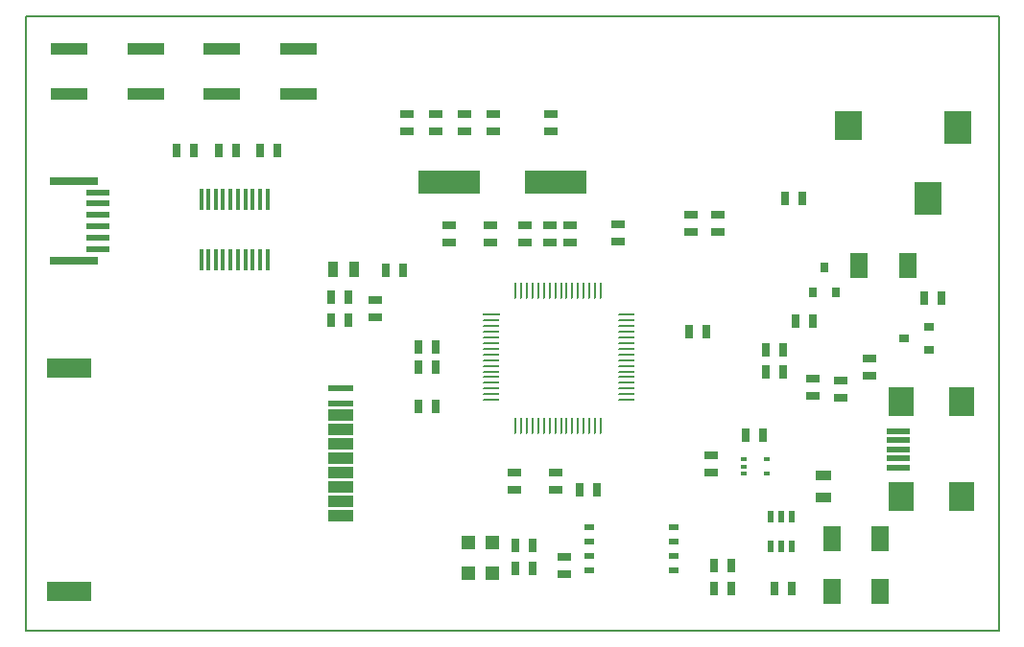
<source format=gtp>
G04 (created by PCBNEW-RS274X (2011-06-08)-testing) date Sa 02 Jul 2011 20:51:35 CEST*
G01*
G70*
G90*
%MOIN*%
G04 Gerber Fmt 3.4, Leading zero omitted, Abs format*
%FSLAX34Y34*%
G04 APERTURE LIST*
%ADD10C,0.006000*%
%ADD11C,0.008000*%
%ADD12R,0.078700X0.023600*%
%ADD13R,0.165400X0.027600*%
%ADD14R,0.094500X0.116100*%
%ADD15R,0.094500X0.104300*%
%ADD16R,0.216500X0.078700*%
%ADD17R,0.045000X0.025000*%
%ADD18R,0.025000X0.045000*%
%ADD19R,0.035000X0.055000*%
%ADD20R,0.055000X0.035000*%
%ADD21R,0.060000X0.009800*%
%ADD22O,0.060000X0.009800*%
%ADD23O,0.009800X0.060000*%
%ADD24R,0.031500X0.035400*%
%ADD25R,0.035400X0.031500*%
%ADD26R,0.126000X0.039400*%
%ADD27R,0.078700X0.019700*%
%ADD28R,0.086600X0.098400*%
%ADD29R,0.090600X0.039400*%
%ADD30R,0.090600X0.019700*%
%ADD31R,0.157500X0.066900*%
%ADD32R,0.016000X0.074800*%
%ADD33R,0.020000X0.012000*%
%ADD34R,0.023600X0.043300*%
%ADD35R,0.059800X0.090600*%
%ADD36R,0.047200X0.047200*%
%ADD37R,0.037900X0.019700*%
G04 APERTURE END LIST*
G54D10*
G54D11*
X14450Y-56300D02*
X14450Y-34950D01*
X48250Y-56300D02*
X14450Y-56300D01*
X48250Y-34950D02*
X48250Y-56300D01*
X15250Y-34950D02*
X48250Y-34950D01*
X14450Y-34950D02*
X15250Y-34950D01*
G54D12*
X16947Y-41066D03*
X16947Y-41459D03*
X16947Y-41853D03*
X16947Y-42247D03*
X16947Y-42641D03*
X16947Y-43034D03*
G54D13*
X16120Y-40672D03*
X16120Y-43428D03*
G54D14*
X46843Y-38811D03*
X45780Y-41281D03*
G54D15*
X43024Y-38752D03*
G54D16*
X32850Y-40700D03*
X29150Y-40700D03*
G54D17*
X33178Y-53736D03*
X33178Y-54336D03*
G54D18*
X33687Y-51400D03*
X34287Y-51400D03*
X41795Y-45537D03*
X41195Y-45537D03*
X32050Y-53350D03*
X31450Y-53350D03*
X32050Y-54150D03*
X31450Y-54150D03*
X40842Y-41267D03*
X41442Y-41267D03*
X25050Y-44700D03*
X25650Y-44700D03*
X40150Y-46550D03*
X40750Y-46550D03*
X40150Y-47300D03*
X40750Y-47300D03*
G54D17*
X32700Y-38350D03*
X32700Y-38950D03*
X30700Y-38350D03*
X30700Y-38950D03*
X29700Y-38350D03*
X29700Y-38950D03*
X28700Y-38350D03*
X28700Y-38950D03*
X27700Y-38350D03*
X27700Y-38950D03*
X42750Y-48200D03*
X42750Y-47600D03*
X43750Y-47450D03*
X43750Y-46850D03*
G54D18*
X46250Y-44750D03*
X45650Y-44750D03*
X27551Y-43763D03*
X26951Y-43763D03*
X38350Y-54050D03*
X38950Y-54050D03*
X38348Y-54857D03*
X38948Y-54857D03*
G54D17*
X35015Y-42785D03*
X35015Y-42185D03*
X32850Y-50800D03*
X32850Y-51400D03*
X29150Y-42200D03*
X29150Y-42800D03*
X31800Y-42800D03*
X31800Y-42200D03*
G54D18*
X28700Y-48500D03*
X28100Y-48500D03*
G54D17*
X30600Y-42800D03*
X30600Y-42200D03*
G54D18*
X41050Y-54850D03*
X40450Y-54850D03*
G54D17*
X38500Y-42450D03*
X38500Y-41850D03*
G54D18*
X28700Y-47150D03*
X28100Y-47150D03*
G54D17*
X37550Y-42450D03*
X37550Y-41850D03*
G54D18*
X25650Y-45500D03*
X25050Y-45500D03*
G54D17*
X33350Y-42800D03*
X33350Y-42200D03*
G54D18*
X37500Y-45900D03*
X38100Y-45900D03*
G54D17*
X26600Y-45400D03*
X26600Y-44800D03*
X41800Y-48150D03*
X41800Y-47550D03*
X31420Y-50809D03*
X31420Y-51409D03*
X32647Y-42804D03*
X32647Y-42204D03*
G54D18*
X28700Y-46450D03*
X28100Y-46450D03*
G54D19*
X25870Y-43753D03*
X25120Y-43753D03*
G54D20*
X42150Y-50925D03*
X42150Y-51675D03*
G54D21*
X30639Y-45324D03*
G54D22*
X30639Y-45521D03*
X30639Y-45718D03*
X30639Y-45915D03*
X30639Y-46112D03*
X30639Y-46308D03*
X30639Y-46505D03*
X30639Y-46702D03*
X30639Y-46899D03*
X30639Y-47096D03*
X30639Y-47293D03*
X30639Y-47489D03*
X30639Y-47686D03*
X30639Y-47883D03*
X30639Y-48080D03*
X30639Y-48277D03*
G54D23*
X31474Y-49175D03*
X31671Y-49175D03*
X31868Y-49175D03*
X32065Y-49175D03*
X32262Y-49175D03*
X32458Y-49175D03*
X32655Y-49175D03*
X32852Y-49175D03*
X33049Y-49175D03*
X33246Y-49175D03*
X33443Y-49175D03*
X33639Y-49175D03*
X33836Y-49175D03*
X34033Y-49175D03*
X34230Y-49175D03*
X34427Y-49175D03*
G54D22*
X35325Y-48277D03*
X35325Y-48080D03*
X35325Y-47883D03*
X35325Y-47686D03*
X35325Y-47489D03*
X35325Y-47293D03*
X35325Y-47096D03*
X35325Y-46899D03*
X35325Y-46702D03*
X35325Y-46505D03*
X35325Y-46308D03*
X35325Y-46112D03*
X35325Y-45915D03*
X35325Y-45718D03*
X35325Y-45521D03*
X35325Y-45324D03*
G54D23*
X34427Y-44489D03*
X34230Y-44489D03*
X33836Y-44489D03*
X34033Y-44482D03*
X33639Y-44489D03*
X33443Y-44489D03*
X33246Y-44489D03*
X33049Y-44489D03*
X32852Y-44489D03*
X32655Y-44489D03*
X32461Y-44489D03*
X32264Y-44489D03*
X32067Y-44489D03*
X31870Y-44489D03*
X31674Y-44489D03*
X31477Y-44489D03*
G54D24*
X41806Y-44533D03*
X42594Y-44533D03*
X42200Y-43667D03*
G54D25*
X45833Y-46544D03*
X45833Y-45756D03*
X44967Y-46150D03*
G54D26*
X18639Y-36063D03*
X18639Y-37637D03*
X15961Y-37637D03*
X15961Y-36063D03*
X23939Y-36063D03*
X23939Y-37637D03*
X21261Y-37637D03*
X21261Y-36063D03*
G54D27*
X44764Y-50315D03*
X44764Y-50000D03*
X44764Y-49685D03*
X44764Y-49370D03*
X44764Y-50630D03*
G54D28*
X44863Y-51654D03*
X44863Y-48346D03*
X46949Y-51654D03*
X46949Y-48346D03*
G54D29*
X25403Y-52294D03*
X25403Y-51794D03*
X25403Y-50794D03*
X25403Y-51294D03*
X25403Y-50294D03*
X25403Y-49794D03*
X25403Y-49294D03*
X25403Y-48794D03*
G54D30*
X25403Y-48400D03*
X25403Y-47889D03*
G54D31*
X15954Y-47172D03*
X15954Y-54928D03*
G54D32*
X22850Y-41300D03*
X22600Y-41300D03*
X22340Y-41300D03*
X22080Y-41300D03*
X21830Y-41300D03*
X21570Y-41300D03*
X21310Y-41300D03*
X21060Y-41300D03*
X20800Y-41300D03*
X20550Y-41300D03*
X20550Y-43400D03*
X20800Y-43400D03*
X21060Y-43400D03*
X21310Y-43400D03*
X21570Y-43400D03*
X21830Y-43400D03*
X22080Y-43400D03*
X22340Y-43400D03*
X22600Y-43400D03*
X22850Y-43400D03*
G54D18*
X40050Y-49500D03*
X39450Y-49500D03*
X23200Y-39600D03*
X22600Y-39600D03*
X21150Y-39600D03*
X21750Y-39600D03*
X19700Y-39600D03*
X20300Y-39600D03*
G54D17*
X38250Y-50200D03*
X38250Y-50800D03*
G54D33*
X39400Y-50350D03*
X39400Y-50850D03*
X40200Y-50350D03*
X39400Y-50600D03*
X40200Y-50850D03*
G54D34*
X40326Y-53362D03*
X40700Y-53362D03*
X41074Y-53362D03*
X40326Y-52338D03*
X40700Y-52338D03*
X41074Y-52338D03*
G54D35*
X45089Y-43600D03*
X43411Y-43600D03*
G54D36*
X30663Y-54300D03*
X29837Y-54300D03*
X30663Y-53250D03*
X29837Y-53250D03*
G54D37*
X36955Y-52700D03*
X36955Y-54200D03*
X36955Y-53700D03*
X36955Y-53200D03*
X34045Y-54200D03*
X34045Y-53700D03*
X34046Y-53200D03*
X34045Y-52700D03*
G54D35*
X44139Y-53100D03*
X42461Y-53100D03*
X44139Y-54950D03*
X42461Y-54950D03*
M02*

</source>
